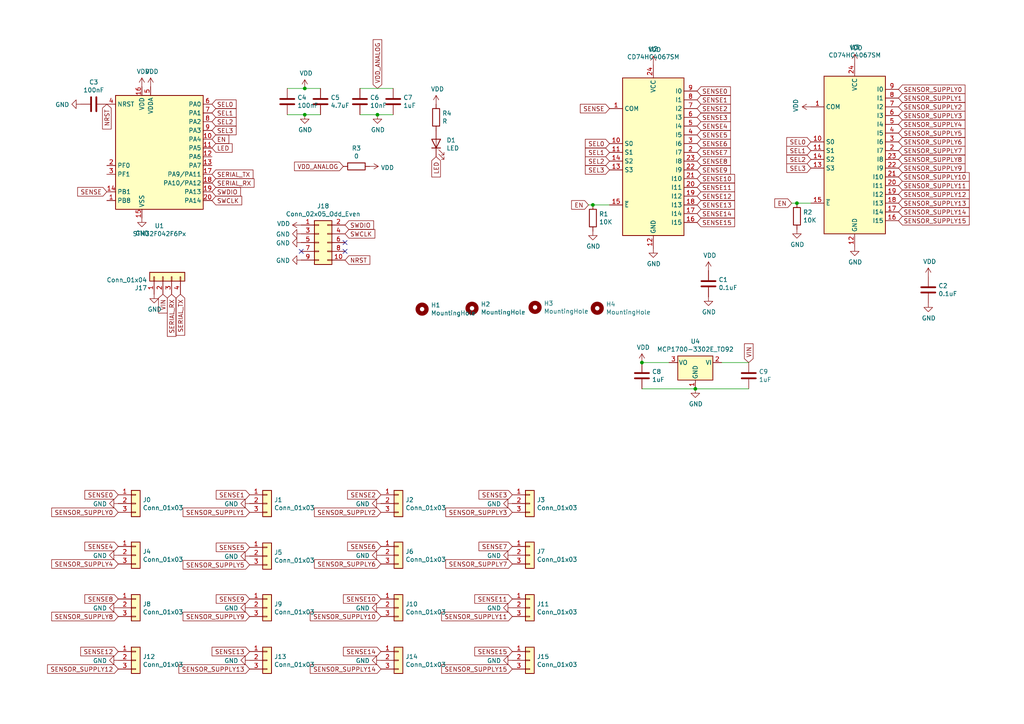
<source format=kicad_sch>
(kicad_sch (version 20230121) (generator eeschema)
  (paper "A4")
  (lib_symbols
    (symbol "74xx:CD74HC4067SM"
      (property "Reference" "U" (at -8.89 22.86 0))
      (property "Value" "CD74HC4067SM" (at 1.27 22.86 0))
      (symbol "CD74HC4067SM_0_1"
        (rectangle (start -8.89 21.59) (end 8.89 -24.13) (stroke (width 0.254)) (fill (type background)))
      )
      (symbol "CD74HC4067SM_1_1"
        (pin passive line (at -12.7 12.7 0) (length 3.81) (name "COM") (number "1"))
        (pin input line (at -12.7 2.54 0) (length 3.81) (name "S0") (number "10"))
        (pin input line (at -12.7 0 0) (length 3.81) (name "S1") (number "11"))
        (pin power_in line (at 0 -27.94 90) (length 3.81) (name "GND") (number "12"))
        (pin input line (at -12.7 -5.08 0) (length 3.81) (name "S3") (number "13"))
        (pin input line (at -12.7 -2.54 0) (length 3.81) (name "S2") (number "14"))
        (pin input line (at -12.7 -15.24 0) (length 3.81) (name "~{E}") (number "15"))
        (pin passive line (at 12.7 -20.32 180) (length 3.81) (name "I15") (number "16"))
        (pin passive line (at 12.7 -17.78 180) (length 3.81) (name "I14") (number "17"))
        (pin passive line (at 12.7 -15.24 180) (length 3.81) (name "I13") (number "18"))
        (pin passive line (at 12.7 -12.7 180) (length 3.81) (name "I12") (number "19"))
        (pin passive line (at 12.7 0 180) (length 3.81) (name "I7") (number "2"))
        (pin passive line (at 12.7 -10.16 180) (length 3.81) (name "I11") (number "20"))
        (pin passive line (at 12.7 -7.62 180) (length 3.81) (name "I10") (number "21"))
        (pin passive line (at 12.7 -5.08 180) (length 3.81) (name "I9") (number "22"))
        (pin passive line (at 12.7 -2.54 180) (length 3.81) (name "I8") (number "23"))
        (pin power_in line (at 0 25.4 270) (length 3.81) (name "VCC") (number "24"))
        (pin passive line (at 12.7 2.54 180) (length 3.81) (name "I6") (number "3"))
        (pin passive line (at 12.7 5.08 180) (length 3.81) (name "I5") (number "4"))
        (pin passive line (at 12.7 7.62 180) (length 3.81) (name "I4") (number "5"))
        (pin passive line (at 12.7 10.16 180) (length 3.81) (name "I3") (number "6"))
        (pin passive line (at 12.7 12.7 180) (length 3.81) (name "I2") (number "7"))
        (pin passive line (at 12.7 15.24 180) (length 3.81) (name "I1") (number "8"))
        (pin passive line (at 12.7 17.78 180) (length 3.81) (name "I0") (number "9"))
      )
    )
    (symbol "Connector_Generic:Conn_01x03" (pin_names (offset 1.016) hide)
      (property "Reference" "J" (at 0 5.08 0))
      (property "Value" "Conn_01x03" (at 0 -5.08 0))
      (symbol "Conn_01x03_1_1"
        (rectangle (start -1.27 -2.413) (end 0 -2.667) (stroke (width 0.1524)))
        (rectangle (start -1.27 0.127) (end 0 -0.127) (stroke (width 0.1524)))
        (rectangle (start -1.27 2.667) (end 0 2.413) (stroke (width 0.1524)))
        (rectangle (start -1.27 3.81) (end 1.27 -3.81) (stroke (width 0.254)) (fill (type background)))
        (pin passive line (at -5.08 2.54 0) (length 3.81) (name "Pin_1") (number "1"))
        (pin passive line (at -5.08 0 0) (length 3.81) (name "Pin_2") (number "2"))
        (pin passive line (at -5.08 -2.54 0) (length 3.81) (name "Pin_3") (number "3"))
      )
    )
    (symbol "Connector_Generic:Conn_01x04" (pin_names (offset 1.016) hide)
      (property "Reference" "J" (at 0 5.08 0))
      (property "Value" "Conn_01x04" (at 0 -7.62 0))
      (symbol "Conn_01x04_1_1"
        (rectangle (start -1.27 -4.953) (end 0 -5.207) (stroke (width 0.1524)))
        (rectangle (start -1.27 -2.413) (end 0 -2.667) (stroke (width 0.1524)))
        (rectangle (start -1.27 0.127) (end 0 -0.127) (stroke (width 0.1524)))
        (rectangle (start -1.27 2.667) (end 0 2.413) (stroke (width 0.1524)))
        (rectangle (start -1.27 3.81) (end 1.27 -6.35) (stroke (width 0.254)) (fill (type background)))
        (pin passive line (at -5.08 2.54 0) (length 3.81) (name "Pin_1") (number "1"))
        (pin passive line (at -5.08 0 0) (length 3.81) (name "Pin_2") (number "2"))
        (pin passive line (at -5.08 -2.54 0) (length 3.81) (name "Pin_3") (number "3"))
        (pin passive line (at -5.08 -5.08 0) (length 3.81) (name "Pin_4") (number "4"))
      )
    )
    (symbol "Connector_Generic:Conn_02x05_Odd_Even" (pin_names (offset 1.016) hide)
      (property "Reference" "J" (at 1.27 7.62 0))
      (property "Value" "Conn_02x05_Odd_Even" (at 1.27 -7.62 0))
      (symbol "Conn_02x05_Odd_Even_1_1"
        (rectangle (start -1.27 -4.953) (end 0 -5.207) (stroke (width 0.1524)))
        (rectangle (start -1.27 -2.413) (end 0 -2.667) (stroke (width 0.1524)))
        (rectangle (start -1.27 0.127) (end 0 -0.127) (stroke (width 0.1524)))
        (rectangle (start -1.27 2.667) (end 0 2.413) (stroke (width 0.1524)))
        (rectangle (start -1.27 5.207) (end 0 4.953) (stroke (width 0.1524)))
        (rectangle (start -1.27 6.35) (end 3.81 -6.35) (stroke (width 0.254)) (fill (type background)))
        (rectangle (start 3.81 -4.953) (end 2.54 -5.207) (stroke (width 0.1524)))
        (rectangle (start 3.81 -2.413) (end 2.54 -2.667) (stroke (width 0.1524)))
        (rectangle (start 3.81 0.127) (end 2.54 -0.127) (stroke (width 0.1524)))
        (rectangle (start 3.81 2.667) (end 2.54 2.413) (stroke (width 0.1524)))
        (rectangle (start 3.81 5.207) (end 2.54 4.953) (stroke (width 0.1524)))
        (pin passive line (at -5.08 5.08 0) (length 3.81) (name "Pin_1") (number "1"))
        (pin passive line (at 7.62 -5.08 180) (length 3.81) (name "Pin_10") (number "10"))
        (pin passive line (at 7.62 5.08 180) (length 3.81) (name "Pin_2") (number "2"))
        (pin passive line (at -5.08 2.54 0) (length 3.81) (name "Pin_3") (number "3"))
        (pin passive line (at 7.62 2.54 180) (length 3.81) (name "Pin_4") (number "4"))
        (pin passive line (at -5.08 0 0) (length 3.81) (name "Pin_5") (number "5"))
        (pin passive line (at 7.62 0 180) (length 3.81) (name "Pin_6") (number "6"))
        (pin passive line (at -5.08 -2.54 0) (length 3.81) (name "Pin_7") (number "7"))
        (pin passive line (at 7.62 -2.54 180) (length 3.81) (name "Pin_8") (number "8"))
        (pin passive line (at -5.08 -5.08 0) (length 3.81) (name "Pin_9") (number "9"))
      )
    )
    (symbol "Device:C" (pin_numbers hide) (pin_names (offset 0.254))
      (property "Reference" "C" (at 0.635 2.54 0))
      (property "Value" "C" (at 0.635 -2.54 0))
      (symbol "C_0_1"
        (polyline (pts (xy -2.032 -0.762) (xy 2.032 -0.762)) (stroke (width 0.508)))
        (polyline (pts (xy -2.032 0.762) (xy 2.032 0.762)) (stroke (width 0.508)))
      )
      (symbol "C_1_1"
        (pin passive line (at 0 3.81 270) (length 2.794) (name "~") (number "1"))
        (pin passive line (at 0 -3.81 90) (length 2.794) (name "~") (number "2"))
      )
    )
    (symbol "Device:LED" (pin_numbers hide) (pin_names (offset 1.016) hide)
      (property "Reference" "D" (at 0 2.54 0))
      (property "Value" "LED" (at 0 -2.54 0))
      (symbol "LED_0_1"
        (polyline (pts (xy -1.27 -1.27) (xy -1.27 1.27)) (stroke (width 0.254)))
        (polyline (pts (xy -1.27 0) (xy 1.27 0)))
        (polyline (pts (xy 1.27 -1.27) (xy 1.27 1.27) (xy -1.27 0) (xy 1.27 -1.27)) (stroke (width 0.254)))
        (polyline (pts (xy -3.048 -0.762) (xy -4.572 -2.286) (xy -3.81 -2.286) (xy -4.572 -2.286) (xy -4.572 -1.524)))
        (polyline (pts (xy -1.778 -0.762) (xy -3.302 -2.286) (xy -2.54 -2.286) (xy -3.302 -2.286) (xy -3.302 -1.524)))
      )
      (symbol "LED_1_1"
        (pin passive line (at -3.81 0 0) (length 2.54) (name "K") (number "1"))
        (pin passive line (at 3.81 0 180) (length 2.54) (name "A") (number "2"))
      )
    )
    (symbol "Device:R" (pin_numbers hide) (pin_names (offset 0))
      (property "Reference" "R" (at 2.032 0 90))
      (property "Value" "R" (at 0 0 90))
      (symbol "R_0_1"
        (rectangle (start -1.016 -2.54) (end 1.016 2.54) (stroke (width 0.254)))
      )
      (symbol "R_1_1"
        (pin passive line (at 0 3.81 270) (length 1.27) (name "~") (number "1"))
        (pin passive line (at 0 -3.81 90) (length 1.27) (name "~") (number "2"))
      )
    )
    (symbol "Mechanical:MountingHole" (pin_names (offset 1.016))
      (property "Reference" "H" (at 0 5.08 0))
      (property "Value" "MountingHole" (at 0 3.175 0))
      (symbol "MountingHole_0_1"
        (circle (center 0 0) (radius 1.27) (stroke (width 1.27)))
      )
    )
    (symbol "f042-touchless-angle-sensor-pcb-rescue:MCP1700-3302E_TO92-Regulator_Linear" (pin_names (offset 0.254))
      (property "Reference" "U" (at -3.81 -3.175 0))
      (property "Value" "Regulator_Linear_MCP1700-3302E_TO92" (at 0 -3.175 0))
      (symbol "MCP1700-3302E_TO92-Regulator_Linear_0_1"
        (rectangle (start -5.08 5.08) (end 5.08 -1.905) (stroke (width 0.254)) (fill (type background)))
      )
      (symbol "MCP1700-3302E_TO92-Regulator_Linear_1_1"
        (pin power_in line (at 0 7.62 270) (length 2.54) (name "GND") (number "1"))
        (pin power_in line (at -7.62 0 0) (length 2.54) (name "VI") (number "2"))
        (pin power_out line (at 7.62 0 180) (length 2.54) (name "VO") (number "3"))
      )
    )
    (symbol "f042-touchless-angle-sensor-pcb-rescue:STM32F042F6Px-MCU_ST_STM32F0"
      (property "Reference" "U" (at -12.7 16.51 0))
      (property "Value" "MCU_ST_STM32F0_STM32F042F6Px" (at 0 16.51 0))
      (symbol "STM32F042F6Px-MCU_ST_STM32F0_0_1"
        (rectangle (start -12.7 -17.78) (end 12.7 15.24) (stroke (width 0.254)) (fill (type background)))
      )
      (symbol "STM32F042F6Px-MCU_ST_STM32F0_1_1"
        (pin bidirectional line (at -15.24 -15.24 0) (length 2.54) (name "PB8") (number "1"))
        (pin bidirectional line (at 15.24 2.54 180) (length 2.54) (name "PA4") (number "10"))
        (pin bidirectional line (at 15.24 0 180) (length 2.54) (name "PA5") (number "11"))
        (pin bidirectional line (at 15.24 -2.54 180) (length 2.54) (name "PA6") (number "12"))
        (pin bidirectional line (at 15.24 -5.08 180) (length 2.54) (name "PA7") (number "13"))
        (pin bidirectional line (at -15.24 -12.7 0) (length 2.54) (name "PB1") (number "14"))
        (pin power_in line (at -5.08 -20.32 90) (length 2.54) (name "VSS") (number "15"))
        (pin power_in line (at -5.08 17.78 270) (length 2.54) (name "VDD") (number "16"))
        (pin bidirectional line (at 15.24 -7.62 180) (length 2.54) (name "PA9/PA11") (number "17"))
        (pin bidirectional line (at 15.24 -10.16 180) (length 2.54) (name "PA10/PA12") (number "18"))
        (pin bidirectional line (at 15.24 -12.7 180) (length 2.54) (name "PA13") (number "19"))
        (pin input line (at -15.24 -5.08 0) (length 2.54) (name "PF0") (number "2"))
        (pin bidirectional line (at 15.24 -15.24 180) (length 2.54) (name "PA14") (number "20"))
        (pin input line (at -15.24 -7.62 0) (length 2.54) (name "PF1") (number "3"))
        (pin input line (at -15.24 12.7 0) (length 2.54) (name "NRST") (number "4"))
        (pin power_in line (at -2.54 17.78 270) (length 2.54) (name "VDDA") (number "5"))
        (pin bidirectional line (at 15.24 12.7 180) (length 2.54) (name "PA0") (number "6"))
        (pin bidirectional line (at 15.24 10.16 180) (length 2.54) (name "PA1") (number "7"))
        (pin bidirectional line (at 15.24 7.62 180) (length 2.54) (name "PA2") (number "8"))
        (pin bidirectional line (at 15.24 5.08 180) (length 2.54) (name "PA3") (number "9"))
      )
    )
    (symbol "power:GND" (power) (pin_names (offset 0))
      (property "Value" "GND" (at 0 -3.81 0))
      (symbol "GND_0_1"
        (polyline (pts (xy 0 0) (xy 0 -1.27) (xy 1.27 -1.27) (xy 0 -2.54) (xy -1.27 -1.27) (xy 0 -1.27)))
      )
      (symbol "GND_1_1"
        (pin power_in line (at 0 0 270) (length 0) hide (name "GND") (number "1"))
      )
    )
    (symbol "power:VDD" (power) (pin_names (offset 0))
      (property "Value" "VDD" (at 0 3.81 0))
      (symbol "VDD_0_1"
        (polyline (pts (xy -0.762 1.27) (xy 0 2.54)))
        (polyline (pts (xy 0 0) (xy 0 2.54)))
        (polyline (pts (xy 0 2.54) (xy 0.762 1.27)))
      )
      (symbol "VDD_1_1"
        (pin power_in line (at 0 0 90) (length 0) hide (name "VDD") (number "1"))
      )
    )
  )
  (junction (at 231.14 58.928))
  (junction (at 88.392 25.654))
  (junction (at 186.182 105.156))
  (junction (at 88.392 33.274))
  (junction (at 201.676 112.776))
  (junction (at 171.958 59.436))
  (junction (at 109.474 33.274))
  (no_connect (at 100.076 70.358))
  (no_connect (at 87.376 72.898))
  (no_connect (at 100.076 72.898))
  (wire (pts (xy 186.182 112.776) (xy 201.676 112.776)))
  (wire (pts (xy 114.046 33.274) (xy 109.474 33.274)))
  (wire (pts (xy 194.056 105.156) (xy 186.182 105.156)))
  (wire (pts (xy 176.784 59.436) (xy 171.958 59.436)))
  (wire (pts (xy 109.474 33.274) (xy 104.394 33.274)))
  (wire (pts (xy 235.204 58.928) (xy 231.14 58.928)))
  (wire (pts (xy 92.964 33.274) (xy 88.392 33.274)))
  (wire (pts (xy 88.392 33.274) (xy 83.312 33.274)))
  (wire (pts (xy 217.17 105.156) (xy 209.296 105.156)))
  (wire (pts (xy 104.394 25.654) (xy 114.046 25.654)))
  (wire (pts (xy 171.958 59.436) (xy 170.688 59.436)))
  (wire (pts (xy 231.14 58.928) (xy 229.616 58.928)))
  (wire (pts (xy 83.312 25.654) (xy 88.392 25.654)))
  (wire (pts (xy 88.392 25.654) (xy 92.964 25.654)))
  (wire (pts (xy 201.676 112.776) (xy 217.17 112.776)))
  (global_label "SENSE7" (shape input) (at 148.59 158.496 180) (property "Intersheetrefs" "${INTERSHEET_REFS}" (effects hide)))
  (global_label "SENSOR_SUPPLY6" (shape input) (at 260.604 41.148 0) (property "Intersheetrefs" "${INTERSHEET_REFS}" (effects hide)))
  (global_label "NRST" (shape input) (at 100.076 75.438 0) (property "Intersheetrefs" "${INTERSHEET_REFS}" (effects hide)))
  (global_label "SENSE11" (shape input) (at 148.59 173.736 180) (property "Intersheetrefs" "${INTERSHEET_REFS}" (effects hide)))
  (global_label "SENSE" (shape input) (at 30.988 55.626 180) (property "Intersheetrefs" "${INTERSHEET_REFS}" (effects hide)))
  (global_label "SENSE2" (shape input) (at 202.184 31.496 0) (property "Intersheetrefs" "${INTERSHEET_REFS}" (effects hide)))
  (global_label "SENSOR_SUPPLY15" (shape input) (at 260.604 64.008 0) (property "Intersheetrefs" "${INTERSHEET_REFS}" (effects hide)))
  (global_label "SENSE2" (shape input) (at 110.49 143.51 180) (property "Intersheetrefs" "${INTERSHEET_REFS}" (effects hide)))
  (global_label "SENSOR_SUPPLY8" (shape input) (at 34.29 178.816 180) (property "Intersheetrefs" "${INTERSHEET_REFS}" (effects hide)))
  (global_label "SEL3" (shape input) (at 235.204 48.768 180) (property "Intersheetrefs" "${INTERSHEET_REFS}" (effects hide)))
  (global_label "SENSOR_SUPPLY14" (shape input) (at 110.49 194.056 180) (property "Intersheetrefs" "${INTERSHEET_REFS}" (effects hide)))
  (global_label "SWCLK" (shape input) (at 100.076 67.818 0) (property "Intersheetrefs" "${INTERSHEET_REFS}" (effects hide)))
  (global_label "SENSE11" (shape input) (at 202.184 54.356 0) (property "Intersheetrefs" "${INTERSHEET_REFS}" (effects hide)))
  (global_label "SENSE3" (shape input) (at 202.184 34.036 0) (property "Intersheetrefs" "${INTERSHEET_REFS}" (effects hide)))
  (global_label "SENSOR_SUPPLY2" (shape input) (at 110.49 148.59 180) (property "Intersheetrefs" "${INTERSHEET_REFS}" (effects hide)))
  (global_label "SENSE9" (shape input) (at 72.39 173.736 180) (property "Intersheetrefs" "${INTERSHEET_REFS}" (effects hide)))
  (global_label "SENSOR_SUPPLY10" (shape input) (at 260.604 51.308 0) (property "Intersheetrefs" "${INTERSHEET_REFS}" (effects hide)))
  (global_label "SEL2" (shape input) (at 61.468 35.306 0) (property "Intersheetrefs" "${INTERSHEET_REFS}" (effects hide)))
  (global_label "SENSOR_SUPPLY10" (shape input) (at 110.49 178.816 180) (property "Intersheetrefs" "${INTERSHEET_REFS}" (effects hide)))
  (global_label "SENSE10" (shape input) (at 202.184 51.816 0) (property "Intersheetrefs" "${INTERSHEET_REFS}" (effects hide)))
  (global_label "SERIAL_TX" (shape input) (at 52.324 85.344 270) (property "Intersheetrefs" "${INTERSHEET_REFS}" (effects hide)))
  (global_label "SENSOR_SUPPLY0" (shape input) (at 34.29 148.59 180) (property "Intersheetrefs" "${INTERSHEET_REFS}" (effects hide)))
  (global_label "SENSOR_SUPPLY8" (shape input) (at 260.604 46.228 0) (property "Intersheetrefs" "${INTERSHEET_REFS}" (effects hide)))
  (global_label "SENSOR_SUPPLY1" (shape input) (at 260.604 28.448 0) (property "Intersheetrefs" "${INTERSHEET_REFS}" (effects hide)))
  (global_label "SENSOR_SUPPLY7" (shape input) (at 260.604 43.688 0) (property "Intersheetrefs" "${INTERSHEET_REFS}" (effects hide)))
  (global_label "SENSE1" (shape input) (at 72.39 143.51 180) (property "Intersheetrefs" "${INTERSHEET_REFS}" (effects hide)))
  (global_label "SENSE14" (shape input) (at 110.49 188.976 180) (property "Intersheetrefs" "${INTERSHEET_REFS}" (effects hide)))
  (global_label "SENSOR_SUPPLY2" (shape input) (at 260.604 30.988 0) (property "Intersheetrefs" "${INTERSHEET_REFS}" (effects hide)))
  (global_label "EN" (shape input) (at 170.688 59.436 180) (property "Intersheetrefs" "${INTERSHEET_REFS}" (effects hide)))
  (global_label "SEL1" (shape input) (at 61.468 32.766 0) (property "Intersheetrefs" "${INTERSHEET_REFS}" (effects hide)))
  (global_label "SERIAL_RX" (shape input) (at 61.468 53.086 0) (property "Intersheetrefs" "${INTERSHEET_REFS}" (effects hide)))
  (global_label "SENSOR_SUPPLY9" (shape input) (at 72.39 178.816 180) (property "Intersheetrefs" "${INTERSHEET_REFS}" (effects hide)))
  (global_label "LED" (shape input) (at 126.492 45.466 270) (property "Intersheetrefs" "${INTERSHEET_REFS}" (effects hide)))
  (global_label "SENSOR_SUPPLY12" (shape input) (at 34.29 194.056 180) (property "Intersheetrefs" "${INTERSHEET_REFS}" (effects hide)))
  (global_label "SENSOR_SUPPLY11" (shape input) (at 260.604 53.848 0) (property "Intersheetrefs" "${INTERSHEET_REFS}" (effects hide)))
  (global_label "SENSE8" (shape input) (at 34.29 173.736 180) (property "Intersheetrefs" "${INTERSHEET_REFS}" (effects hide)))
  (global_label "SERIAL_RX" (shape input) (at 49.784 85.344 270) (property "Intersheetrefs" "${INTERSHEET_REFS}" (effects hide)))
  (global_label "SEL0" (shape input) (at 235.204 41.148 180) (property "Intersheetrefs" "${INTERSHEET_REFS}" (effects hide)))
  (global_label "SENSOR_SUPPLY3" (shape input) (at 148.59 148.59 180) (property "Intersheetrefs" "${INTERSHEET_REFS}" (effects hide)))
  (global_label "SENSE12" (shape input) (at 202.184 56.896 0) (property "Intersheetrefs" "${INTERSHEET_REFS}" (effects hide)))
  (global_label "SENSOR_SUPPLY12" (shape input) (at 260.604 56.388 0) (property "Intersheetrefs" "${INTERSHEET_REFS}" (effects hide)))
  (global_label "SEL2" (shape input) (at 235.204 46.228 180) (property "Intersheetrefs" "${INTERSHEET_REFS}" (effects hide)))
  (global_label "SEL3" (shape input) (at 176.784 49.276 180) (property "Intersheetrefs" "${INTERSHEET_REFS}" (effects hide)))
  (global_label "SENSOR_SUPPLY5" (shape input) (at 260.604 38.608 0) (property "Intersheetrefs" "${INTERSHEET_REFS}" (effects hide)))
  (global_label "SEL3" (shape input) (at 61.468 37.846 0) (property "Intersheetrefs" "${INTERSHEET_REFS}" (effects hide)))
  (global_label "SENSE0" (shape input) (at 202.184 26.416 0) (property "Intersheetrefs" "${INTERSHEET_REFS}" (effects hide)))
  (global_label "EN" (shape input) (at 61.468 40.386 0) (property "Intersheetrefs" "${INTERSHEET_REFS}" (effects hide)))
  (global_label "SWCLK" (shape input) (at 61.468 58.166 0) (property "Intersheetrefs" "${INTERSHEET_REFS}" (effects hide)))
  (global_label "SERIAL_TX" (shape input) (at 61.468 50.546 0) (property "Intersheetrefs" "${INTERSHEET_REFS}" (effects hide)))
  (global_label "SENSE4" (shape input) (at 34.29 158.496 180) (property "Intersheetrefs" "${INTERSHEET_REFS}" (effects hide)))
  (global_label "SENSOR_SUPPLY13" (shape input) (at 72.39 194.056 180) (property "Intersheetrefs" "${INTERSHEET_REFS}" (effects hide)))
  (global_label "SENSOR_SUPPLY1" (shape input) (at 72.39 148.59 180) (property "Intersheetrefs" "${INTERSHEET_REFS}" (effects hide)))
  (global_label "SENSE10" (shape input) (at 110.49 173.736 180) (property "Intersheetrefs" "${INTERSHEET_REFS}" (effects hide)))
  (global_label "SENSOR_SUPPLY11" (shape input) (at 148.59 178.816 180) (property "Intersheetrefs" "${INTERSHEET_REFS}" (effects hide)))
  (global_label "SENSE15" (shape input) (at 148.59 188.976 180) (property "Intersheetrefs" "${INTERSHEET_REFS}" (effects hide)))
  (global_label "NRST" (shape input) (at 30.988 30.226 270) (property "Intersheetrefs" "${INTERSHEET_REFS}" (effects hide)))
  (global_label "SENSE5" (shape input) (at 202.184 39.116 0) (property "Intersheetrefs" "${INTERSHEET_REFS}" (effects hide)))
  (global_label "SENSOR_SUPPLY9" (shape input) (at 260.604 48.768 0) (property "Intersheetrefs" "${INTERSHEET_REFS}" (effects hide)))
  (global_label "SENSE0" (shape input) (at 34.29 143.51 180) (property "Intersheetrefs" "${INTERSHEET_REFS}" (effects hide)))
  (global_label "SENSOR_SUPPLY0" (shape input) (at 260.604 25.908 0) (property "Intersheetrefs" "${INTERSHEET_REFS}" (effects hide)))
  (global_label "SENSOR_SUPPLY3" (shape input) (at 260.604 33.528 0) (property "Intersheetrefs" "${INTERSHEET_REFS}" (effects hide)))
  (global_label "SEL1" (shape input) (at 235.204 43.688 180) (property "Intersheetrefs" "${INTERSHEET_REFS}" (effects hide)))
  (global_label "SWDIO" (shape input) (at 100.076 65.278 0) (property "Intersheetrefs" "${INTERSHEET_REFS}" (effects hide)))
  (global_label "LED" (shape input) (at 61.468 42.926 0) (property "Intersheetrefs" "${INTERSHEET_REFS}" (effects hide)))
  (global_label "SENSE3" (shape input) (at 148.59 143.51 180) (property "Intersheetrefs" "${INTERSHEET_REFS}" (effects hide)))
  (global_label "SENSOR_SUPPLY7" (shape input) (at 148.59 163.576 180) (property "Intersheetrefs" "${INTERSHEET_REFS}" (effects hide)))
  (global_label "SENSOR_SUPPLY4" (shape input) (at 34.29 163.576 180) (property "Intersheetrefs" "${INTERSHEET_REFS}" (effects hide)))
  (global_label "SENSE9" (shape input) (at 202.184 49.276 0) (property "Intersheetrefs" "${INTERSHEET_REFS}" (effects hide)))
  (global_label "SENSE8" (shape input) (at 202.184 46.736 0) (property "Intersheetrefs" "${INTERSHEET_REFS}" (effects hide)))
  (global_label "VDD_ANALOG" (shape input) (at 109.474 25.654 90) (property "Intersheetrefs" "${INTERSHEET_REFS}" (effects hide)))
  (global_label "EN" (shape input) (at 229.616 58.928 180) (property "Intersheetrefs" "${INTERSHEET_REFS}" (effects hide)))
  (global_label "SEL0" (shape input) (at 61.468 30.226 0) (property "Intersheetrefs" "${INTERSHEET_REFS}" (effects hide)))
  (global_label "SEL0" (shape input) (at 176.784 41.656 180) (property "Intersheetrefs" "${INTERSHEET_REFS}" (effects hide)))
  (global_label "VIN" (shape input) (at 47.244 85.344 270) (property "Intersheetrefs" "${INTERSHEET_REFS}" (effects hide)))
  (global_label "SENSOR_SUPPLY15" (shape input) (at 148.59 194.056 180) (property "Intersheetrefs" "${INTERSHEET_REFS}" (effects hide)))
  (global_label "SENSE4" (shape input) (at 202.184 36.576 0) (property "Intersheetrefs" "${INTERSHEET_REFS}" (effects hide)))
  (global_label "SEL1" (shape input) (at 176.784 44.196 180) (property "Intersheetrefs" "${INTERSHEET_REFS}" (effects hide)))
  (global_label "SENSE6" (shape input) (at 110.49 158.496 180) (property "Intersheetrefs" "${INTERSHEET_REFS}" (effects hide)))
  (global_label "SENSOR_SUPPLY6" (shape input) (at 110.49 163.576 180) (property "Intersheetrefs" "${INTERSHEET_REFS}" (effects hide)))
  (global_label "SENSOR_SUPPLY4" (shape input) (at 260.604 36.068 0) (property "Intersheetrefs" "${INTERSHEET_REFS}" (effects hide)))
  (global_label "SENSE" (shape input) (at 176.784 31.496 180) (property "Intersheetrefs" "${INTERSHEET_REFS}" (effects hide)))
  (global_label "SENSE14" (shape input) (at 202.184 61.976 0) (property "Intersheetrefs" "${INTERSHEET_REFS}" (effects hide)))
  (global_label "VIN" (shape input) (at 217.17 105.156 90) (property "Intersheetrefs" "${INTERSHEET_REFS}" (effects hide)))
  (global_label "VDD_ANALOG" (shape input) (at 99.568 48.26 180) (property "Intersheetrefs" "${INTERSHEET_REFS}" (effects hide)))
  (global_label "SENSOR_SUPPLY5" (shape input) (at 72.39 163.83 180) (property "Intersheetrefs" "${INTERSHEET_REFS}" (effects hide)))
  (global_label "SWDIO" (shape input) (at 61.468 55.626 0) (property "Intersheetrefs" "${INTERSHEET_REFS}" (effects hide)))
  (global_label "SENSE6" (shape input) (at 202.184 41.656 0) (property "Intersheetrefs" "${INTERSHEET_REFS}" (effects hide)))
  (global_label "SENSE13" (shape input) (at 72.39 188.976 180) (property "Intersheetrefs" "${INTERSHEET_REFS}" (effects hide)))
  (global_label "SENSE12" (shape input) (at 34.29 188.976 180) (property "Intersheetrefs" "${INTERSHEET_REFS}" (effects hide)))
  (global_label "SENSE13" (shape input) (at 202.184 59.436 0) (property "Intersheetrefs" "${INTERSHEET_REFS}" (effects hide)))
  (global_label "SENSE7" (shape input) (at 202.184 44.196 0) (property "Intersheetrefs" "${INTERSHEET_REFS}" (effects hide)))
  (global_label "SENSOR_SUPPLY13" (shape input) (at 260.604 58.928 0) (property "Intersheetrefs" "${INTERSHEET_REFS}" (effects hide)))
  (global_label "SENSE15" (shape input) (at 202.184 64.516 0) (property "Intersheetrefs" "${INTERSHEET_REFS}" (effects hide)))
  (global_label "SEL2" (shape input) (at 176.784 46.736 180) (property "Intersheetrefs" "${INTERSHEET_REFS}" (effects hide)))
  (global_label "SENSE1" (shape input) (at 202.184 28.956 0) (property "Intersheetrefs" "${INTERSHEET_REFS}" (effects hide)))
  (global_label "SENSE5" (shape input) (at 72.39 158.75 180) (property "Intersheetrefs" "${INTERSHEET_REFS}" (effects hide)))
  (global_label "SENSOR_SUPPLY14" (shape input) (at 260.604 61.468 0) (property "Intersheetrefs" "${INTERSHEET_REFS}" (effects hide)))
  (symbol (lib_id "f042-touchless-angle-sensor-pcb-rescue:STM32F042F6Px-MCU_ST_STM32F0") (at 46.228 42.926 0) (unit 1)
    (property "Reference" "U1" (at 46.228 65.5066 0))
    (property "Value" "STM32F042F6Px" (at 46.228 67.818 0))
    (property "Footprint" "Package_SO:TSSOP-20_4.4x6.5mm_P0.65mm" (effects hide))
    (property "Datasheet" "http://www.st.com/st-web-ui/static/active/en/resource/technical/document/datasheet/DM00105814.pdf" (effects hide))
  )
  (symbol (lib_id "74xx:CD74HC4067SM") (at 189.484 44.196 0) (unit 1)
    (property "Reference" "U2" (at 189.484 14.1986 0))
    (property "Value" "CD74HC4067SM" (at 189.484 16.51 0))
    (property "Footprint" "Package_SO:SSOP-24_5.3x8.2mm_P0.65mm" (effects hide))
    (property "Datasheet" "http://www.ti.com/lit/ds/symlink/cd74hc4067.pdf" (effects hide))
  )
  (symbol (lib_id "74xx:CD74HC4067SM") (at 247.904 43.688 0) (unit 1)
    (property "Reference" "U3" (at 247.904 13.6906 0))
    (property "Value" "CD74HC4067SM" (at 247.904 16.002 0))
    (property "Footprint" "Package_SO:SSOP-24_5.3x8.2mm_P0.65mm" (effects hide))
    (property "Datasheet" "http://www.ti.com/lit/ds/symlink/cd74hc4067.pdf" (effects hide))
  )
  (symbol (lib_id "Connector_Generic:Conn_01x03") (at 153.67 146.05 0) (unit 1)
    (property "Reference" "J3" (at 155.702 144.9832 0) (effects (justify left)))
    (property "Value" "Conn_01x03" (at 155.702 147.2946 0) (effects (justify left)))
    (property "Footprint" "Connector_PinHeader_1.27mm:PinHeader_1x03_P1.27mm_Vertical" (effects hide))
  )
  (symbol (lib_id "Connector_Generic:Conn_01x03") (at 39.37 191.516 0) (unit 1)
    (property "Reference" "J12" (at 41.402 190.4492 0) (effects (justify left)))
    (property "Value" "Conn_01x03" (at 41.402 192.7606 0) (effects (justify left)))
    (property "Footprint" "Connector_PinHeader_1.27mm:PinHeader_1x03_P1.27mm_Vertical" (effects hide))
  )
  (symbol (lib_id "Connector_Generic:Conn_01x03") (at 77.47 176.276 0) (unit 1)
    (property "Reference" "J9" (at 79.502 175.2092 0) (effects (justify left)))
    (property "Value" "Conn_01x03" (at 79.502 177.5206 0) (effects (justify left)))
    (property "Footprint" "Connector_PinHeader_1.27mm:PinHeader_1x03_P1.27mm_Vertical" (effects hide))
  )
  (symbol (lib_id "Connector_Generic:Conn_01x03") (at 153.67 191.516 0) (unit 1)
    (property "Reference" "J15" (at 155.702 190.4492 0) (effects (justify left)))
    (property "Value" "Conn_01x03" (at 155.702 192.7606 0) (effects (justify left)))
    (property "Footprint" "Connector_PinHeader_1.27mm:PinHeader_1x03_P1.27mm_Vertical" (effects hide))
  )
  (symbol (lib_id "Connector_Generic:Conn_01x03") (at 115.57 161.036 0) (unit 1)
    (property "Reference" "J6" (at 117.602 159.9692 0) (effects (justify left)))
    (property "Value" "Conn_01x03" (at 117.602 162.2806 0) (effects (justify left)))
    (property "Footprint" "Connector_PinHeader_1.27mm:PinHeader_1x03_P1.27mm_Vertical" (effects hide))
  )
  (symbol (lib_id "Connector_Generic:Conn_01x03") (at 153.67 161.036 0) (unit 1)
    (property "Reference" "J7" (at 155.702 159.9692 0) (effects (justify left)))
    (property "Value" "Conn_01x03" (at 155.702 162.2806 0) (effects (justify left)))
    (property "Footprint" "Connector_PinHeader_1.27mm:PinHeader_1x03_P1.27mm_Vertical" (effects hide))
  )
  (symbol (lib_id "Connector_Generic:Conn_01x03") (at 115.57 146.05 0) (unit 1)
    (property "Reference" "J2" (at 117.602 144.9832 0) (effects (justify left)))
    (property "Value" "Conn_01x03" (at 117.602 147.2946 0) (effects (justify left)))
    (property "Footprint" "Connector_PinHeader_1.27mm:PinHeader_1x03_P1.27mm_Vertical" (effects hide))
  )
  (symbol (lib_id "Connector_Generic:Conn_01x03") (at 115.57 176.276 0) (unit 1)
    (property "Reference" "J10" (at 117.602 175.2092 0) (effects (justify left)))
    (property "Value" "Conn_01x03" (at 117.602 177.5206 0) (effects (justify left)))
    (property "Footprint" "Connector_PinHeader_1.27mm:PinHeader_1x03_P1.27mm_Vertical" (effects hide))
  )
  (symbol (lib_id "Connector_Generic:Conn_01x03") (at 77.47 161.29 0) (unit 1)
    (property "Reference" "J5" (at 79.502 160.2232 0) (effects (justify left)))
    (property "Value" "Conn_01x03" (at 79.502 162.5346 0) (effects (justify left)))
    (property "Footprint" "Connector_PinHeader_1.27mm:PinHeader_1x03_P1.27mm_Vertical" (effects hide))
  )
  (symbol (lib_id "Connector_Generic:Conn_01x03") (at 39.37 161.036 0) (unit 1)
    (property "Reference" "J4" (at 41.402 159.9692 0) (effects (justify left)))
    (property "Value" "Conn_01x03" (at 41.402 162.2806 0) (effects (justify left)))
    (property "Footprint" "Connector_PinHeader_1.27mm:PinHeader_1x03_P1.27mm_Vertical" (effects hide))
  )
  (symbol (lib_id "Connector_Generic:Conn_01x03") (at 153.67 176.276 0) (unit 1)
    (property "Reference" "J11" (at 155.702 175.2092 0) (effects (justify left)))
    (property "Value" "Conn_01x03" (at 155.702 177.5206 0) (effects (justify left)))
    (property "Footprint" "Connector_PinHeader_1.27mm:PinHeader_1x03_P1.27mm_Vertical" (effects hide))
  )
  (symbol (lib_id "Connector_Generic:Conn_01x03") (at 115.57 191.516 0) (unit 1)
    (property "Reference" "J14" (at 117.602 190.4492 0) (effects (justify left)))
    (property "Value" "Conn_01x03" (at 117.602 192.7606 0) (effects (justify left)))
    (property "Footprint" "Connector_PinHeader_1.27mm:PinHeader_1x03_P1.27mm_Vertical" (effects hide))
  )
  (symbol (lib_id "Connector_Generic:Conn_01x03") (at 77.47 146.05 0) (unit 1)
    (property "Reference" "J1" (at 79.502 144.9832 0) (effects (justify left)))
    (property "Value" "Conn_01x03" (at 79.502 147.2946 0) (effects (justify left)))
    (property "Footprint" "Connector_PinHeader_1.27mm:PinHeader_1x03_P1.27mm_Vertical" (effects hide))
  )
  (symbol (lib_id "Connector_Generic:Conn_01x03") (at 39.37 146.05 0) (unit 1)
    (property "Reference" "J0" (at 41.402 144.9832 0) (effects (justify left)))
    (property "Value" "Conn_01x03" (at 41.402 147.2946 0) (effects (justify left)))
    (property "Footprint" "Connector_PinHeader_1.27mm:PinHeader_1x03_P1.27mm_Vertical" (effects hide))
  )
  (symbol (lib_id "Connector_Generic:Conn_01x03") (at 39.37 176.276 0) (unit 1)
    (property "Reference" "J8" (at 41.402 175.2092 0) (effects (justify left)))
    (property "Value" "Conn_01x03" (at 41.402 177.5206 0) (effects (justify left)))
    (property "Footprint" "Connector_PinHeader_1.27mm:PinHeader_1x03_P1.27mm_Vertical" (effects hide))
  )
  (symbol (lib_id "Connector_Generic:Conn_01x03") (at 77.47 191.516 0) (unit 1)
    (property "Reference" "J13" (at 79.502 190.4492 0) (effects (justify left)))
    (property "Value" "Conn_01x03" (at 79.502 192.7606 0) (effects (justify left)))
    (property "Footprint" "Connector_PinHeader_1.27mm:PinHeader_1x03_P1.27mm_Vertical" (effects hide))
  )
  (symbol (lib_id "power:GND") (at 189.484 72.136 0) (unit 1)
    (property "Reference" "#PWR0101" (effects hide))
    (property "Value" "GND" (at 189.611 76.5302 0))
  )
  (symbol (lib_id "power:GND") (at 247.904 71.628 0) (unit 1)
    (property "Reference" "#PWR0102" (effects hide))
    (property "Value" "GND" (at 248.031 76.0222 0))
  )
  (symbol (lib_id "power:GND") (at 41.148 63.246 0) (unit 1)
    (property "Reference" "#PWR0103" (effects hide))
    (property "Value" "GND" (at 41.275 67.6402 0))
  )
  (symbol (lib_id "power:GND") (at 148.59 146.05 270) (unit 1)
    (property "Reference" "#PWR0104" (effects hide))
    (property "Value" "GND" (at 145.3388 146.177 90) (effects (justify right)))
  )
  (symbol (lib_id "Device:C") (at 205.486 82.296 0) (unit 1)
    (property "Reference" "C1" (at 208.407 81.1276 0) (effects (justify left)))
    (property "Value" "0.1uF" (at 208.407 83.439 0) (effects (justify left)))
    (property "Footprint" "Capacitor_SMD:C_0603_1608Metric_Pad1.08x0.95mm_HandSolder" (effects hide))
  )
  (symbol (lib_id "Device:C") (at 269.24 84.074 0) (unit 1)
    (property "Reference" "C2" (at 272.161 82.9056 0) (effects (justify left)))
    (property "Value" "0.1uF" (at 272.161 85.217 0) (effects (justify left)))
    (property "Footprint" "Capacitor_SMD:C_0603_1608Metric_Pad1.08x0.95mm_HandSolder" (effects hide))
  )
  (symbol (lib_id "Device:R") (at 171.958 63.246 0) (unit 1)
    (property "Reference" "R1" (at 173.736 62.0776 0) (effects (justify left)))
    (property "Value" "10K" (at 173.736 64.389 0) (effects (justify left)))
    (property "Footprint" "Resistor_SMD:R_0805_2012Metric_Pad1.20x1.40mm_HandSolder" (effects hide))
  )
  (symbol (lib_id "power:GND") (at 171.958 67.056 0) (unit 1)
    (property "Reference" "#PWR0106" (effects hide))
    (property "Value" "GND" (at 172.085 71.4502 0))
  )
  (symbol (lib_id "Device:R") (at 231.14 62.738 0) (unit 1)
    (property "Reference" "R2" (at 232.918 61.5696 0) (effects (justify left)))
    (property "Value" "10K" (at 232.918 63.881 0) (effects (justify left)))
    (property "Footprint" "Resistor_SMD:R_0805_2012Metric_Pad1.20x1.40mm_HandSolder" (effects hide))
  )
  (symbol (lib_id "power:GND") (at 231.14 66.548 0) (unit 1)
    (property "Reference" "#PWR0107" (effects hide))
    (property "Value" "GND" (at 231.267 70.9422 0))
  )
  (symbol (lib_id "power:VDD") (at 247.904 18.288 0) (unit 1)
    (property "Reference" "#PWR0108" (effects hide))
    (property "Value" "VDD" (at 248.285 13.8938 0))
  )
  (symbol (lib_id "power:VDD") (at 189.484 18.796 0) (unit 1)
    (property "Reference" "#PWR0109" (effects hide))
    (property "Value" "VDD" (at 189.865 14.4018 0))
  )
  (symbol (lib_id "power:VDD") (at 205.486 78.486 0) (unit 1)
    (property "Reference" "#PWR0110" (effects hide))
    (property "Value" "VDD" (at 205.867 74.0918 0))
  )
  (symbol (lib_id "power:GND") (at 205.486 86.106 0) (unit 1)
    (property "Reference" "#PWR0111" (effects hide))
    (property "Value" "GND" (at 205.613 90.5002 0))
  )
  (symbol (lib_id "power:GND") (at 269.24 87.884 0) (unit 1)
    (property "Reference" "#PWR0112" (effects hide))
    (property "Value" "GND" (at 269.367 92.2782 0))
  )
  (symbol (lib_id "Mechanical:MountingHole") (at 122.428 89.662 0) (unit 1)
    (property "Reference" "H1" (at 124.968 88.4936 0) (effects (justify left)))
    (property "Value" "MountingHole" (at 124.968 90.805 0) (effects (justify left)))
    (property "Footprint" "MountingHole:MountingHole_2.1mm" (effects hide))
  )
  (symbol (lib_id "Mechanical:MountingHole") (at 136.906 89.408 0) (unit 1)
    (property "Reference" "H2" (at 139.446 88.2396 0) (effects (justify left)))
    (property "Value" "MountingHole" (at 139.446 90.551 0) (effects (justify left)))
    (property "Footprint" "MountingHole:MountingHole_2.1mm" (effects hide))
  )
  (symbol (lib_id "Mechanical:MountingHole") (at 155.194 89.154 0) (unit 1)
    (property "Reference" "H3" (at 157.734 87.9856 0) (effects (justify left)))
    (property "Value" "MountingHole" (at 157.734 90.297 0) (effects (justify left)))
    (property "Footprint" "MountingHole:MountingHole_2.1mm" (effects hide))
  )
  (symbol (lib_id "Mechanical:MountingHole") (at 173.228 89.408 0) (unit 1)
    (property "Reference" "H4" (at 175.768 88.2396 0) (effects (justify left)))
    (property "Value" "MountingHole" (at 175.768 90.551 0) (effects (justify left)))
    (property "Footprint" "MountingHole:MountingHole_2.1mm" (effects hide))
  )
  (symbol (lib_id "power:VDD") (at 43.688 25.146 0) (unit 1)
    (property "Reference" "#PWR?" (effects hide))
    (property "Value" "VDD" (at 44.069 20.7518 0))
  )
  (symbol (lib_id "f042-touchless-angle-sensor-pcb-rescue:MCP1700-3302E_TO92-Regulator_Linear") (at 201.676 105.156 180) (unit 1)
    (property "Reference" "U4" (at 201.676 99.0092 0))
    (property "Value" "MCP1700-3302E_TO92" (at 201.676 101.3206 0))
    (property "Footprint" "Package_TO_SOT_THT:TO-92_Inline" (effects hide))
    (property "Datasheet" "http://ww1.microchip.com/downloads/en/DeviceDoc/20001826D.pdf" (effects hide))
  )
  (symbol (lib_id "power:GND") (at 201.676 112.776 0) (unit 1)
    (property "Reference" "#PWR0113" (effects hide))
    (property "Value" "GND" (at 201.803 117.1702 0))
  )
  (symbol (lib_id "power:VDD") (at 186.182 105.156 0) (unit 1)
    (property "Reference" "#PWR0116" (effects hide))
    (property "Value" "VDD" (at 186.563 100.7618 0))
  )
  (symbol (lib_id "power:VDD") (at 41.148 25.146 0) (unit 1)
    (property "Reference" "#PWR0114" (effects hide))
    (property "Value" "VDD" (at 41.529 20.7518 0))
  )
  (symbol (lib_id "Device:C") (at 186.182 108.966 0) (unit 1)
    (property "Reference" "C8" (at 189.103 107.7976 0) (effects (justify left)))
    (property "Value" "1uF" (at 189.103 110.109 0) (effects (justify left)))
    (property "Footprint" "Capacitor_SMD:C_0603_1608Metric_Pad1.08x0.95mm_HandSolder" (effects hide))
  )
  (symbol (lib_id "Device:C") (at 217.17 108.966 0) (unit 1)
    (property "Reference" "C9" (at 220.091 107.7976 0) (effects (justify left)))
    (property "Value" "1uF" (at 220.091 110.109 0) (effects (justify left)))
    (property "Footprint" "Capacitor_SMD:C_0603_1608Metric_Pad1.08x0.95mm_HandSolder" (effects hide))
  )
  (symbol (lib_id "power:GND") (at 34.29 191.516 270) (unit 1)
    (property "Reference" "#PWR0115" (effects hide))
    (property "Value" "GND" (at 31.0388 191.643 90) (effects (justify right)))
  )
  (symbol (lib_id "power:GND") (at 72.39 176.276 270) (unit 1)
    (property "Reference" "#PWR0117" (effects hide))
    (property "Value" "GND" (at 69.1388 176.403 90) (effects (justify right)))
  )
  (symbol (lib_id "power:GND") (at 110.49 161.036 270) (unit 1)
    (property "Reference" "#PWR0119" (effects hide))
    (property "Value" "GND" (at 107.2388 161.163 90) (effects (justify right)))
  )
  (symbol (lib_id "power:GND") (at 72.39 161.29 270) (unit 1)
    (property "Reference" "#PWR0121" (effects hide))
    (property "Value" "GND" (at 69.1388 161.417 90) (effects (justify right)))
  )
  (symbol (lib_id "power:GND") (at 72.39 146.05 270) (unit 1)
    (property "Reference" "#PWR0123" (effects hide))
    (property "Value" "GND" (at 69.1388 146.177 90) (effects (justify right)))
  )
  (symbol (lib_id "power:GND") (at 148.59 161.036 270) (unit 1)
    (property "Reference" "#PWR0125" (effects hide))
    (property "Value" "GND" (at 145.3388 161.163 90) (effects (justify right)))
  )
  (symbol (lib_id "power:GND") (at 34.29 161.036 270) (unit 1)
    (property "Reference" "#PWR0127" (effects hide))
    (property "Value" "GND" (at 31.0388 161.163 90) (effects (justify right)))
  )
  (symbol (lib_id "power:GND") (at 34.29 146.05 270) (unit 1)
    (property "Reference" "#PWR0129" (effects hide))
    (property "Value" "GND" (at 31.0388 146.177 90) (effects (justify right)))
  )
  (symbol (lib_id "power:GND") (at 148.59 191.516 270) (unit 1)
    (property "Reference" "#PWR0131" (effects hide))
    (property "Value" "GND" (at 145.3388 191.643 90) (effects (justify right)))
  )
  (symbol (lib_id "power:GND") (at 110.49 176.276 270) (unit 1)
    (property "Reference" "#PWR0133" (effects hide))
    (property "Value" "GND" (at 107.2388 176.403 90) (effects (justify right)))
  )
  (symbol (lib_id "power:GND") (at 110.49 191.516 270) (unit 1)
    (property "Reference" "#PWR0135" (effects hide))
    (property "Value" "GND" (at 107.2388 191.643 90) (effects (justify right)))
  )
  (symbol (lib_id "power:GND") (at 72.39 191.516 270) (unit 1)
    (property "Reference" "#PWR0137" (effects hide))
    (property "Value" "GND" (at 69.1388 191.643 90) (effects (justify right)))
  )
  (symbol (lib_id "power:VDD") (at 235.204 30.988 90) (unit 1)
    (property "Reference" "#PWR0118" (effects hide))
    (property "Value" "VDD" (at 230.8098 30.607 0))
  )
  (symbol (lib_id "power:GND") (at 110.49 146.05 270) (unit 1)
    (property "Reference" "#PWR0139" (effects hide))
    (property "Value" "GND" (at 107.2388 146.177 90) (effects (justify right)))
  )
  (symbol (lib_id "power:GND") (at 148.59 176.276 270) (unit 1)
    (property "Reference" "#PWR0141" (effects hide))
    (property "Value" "GND" (at 145.3388 176.403 90) (effects (justify right)))
  )
  (symbol (lib_id "power:GND") (at 34.29 176.276 270) (unit 1)
    (property "Reference" "#PWR0143" (effects hide))
    (property "Value" "GND" (at 31.0388 176.403 90) (effects (justify right)))
  )
  (symbol (lib_id "power:VDD") (at 269.24 80.264 0) (unit 1)
    (property "Reference" "#PWR0105" (effects hide))
    (property "Value" "VDD" (at 269.621 75.8698 0))
  )
  (symbol (lib_id "Device:C") (at 27.178 30.226 270) (unit 1)
    (property "Reference" "C3" (at 27.178 23.8252 90))
    (property "Value" "100nF" (at 27.178 26.1366 90))
    (property "Footprint" "Capacitor_SMD:C_0603_1608Metric_Pad1.08x0.95mm_HandSolder" (effects hide))
  )
  (symbol (lib_id "power:GND") (at 23.368 30.226 270) (unit 1)
    (property "Reference" "#PWR01" (effects hide))
    (property "Value" "GND" (at 20.1168 30.353 90) (effects (justify right)))
  )
  (symbol (lib_id "Device:C") (at 83.312 29.464 0) (unit 1)
    (property "Reference" "C4" (at 86.233 28.2956 0) (effects (justify left)))
    (property "Value" "100nF" (at 86.233 30.607 0) (effects (justify left)))
    (property "Footprint" "Capacitor_SMD:C_0603_1608Metric_Pad1.08x0.95mm_HandSolder" (effects hide))
  )
  (symbol (lib_id "Device:C") (at 92.964 29.464 0) (unit 1)
    (property "Reference" "C5" (at 95.885 28.2956 0) (effects (justify left)))
    (property "Value" "4.7uF" (at 95.885 30.607 0) (effects (justify left)))
    (property "Footprint" "Capacitor_SMD:C_0603_1608Metric_Pad1.08x0.95mm_HandSolder" (effects hide))
  )
  (symbol (lib_id "power:GND") (at 88.392 33.274 0) (unit 1)
    (property "Reference" "#PWR08" (effects hide))
    (property "Value" "GND" (at 88.519 37.6682 0))
  )
  (symbol (lib_id "power:VDD") (at 88.392 25.654 0) (unit 1)
    (property "Reference" "#PWR07" (effects hide))
    (property "Value" "VDD" (at 88.773 21.2598 0))
  )
  (symbol (lib_id "Device:C") (at 104.394 29.464 0) (unit 1)
    (property "Reference" "C6" (at 107.315 28.2956 0) (effects (justify left)))
    (property "Value" "10nF" (at 107.315 30.607 0) (effects (justify left)))
    (property "Footprint" "Capacitor_SMD:C_0603_1608Metric_Pad1.08x0.95mm_HandSolder" (effects hide))
  )
  (symbol (lib_id "Device:C") (at 114.046 29.464 0) (unit 1)
    (property "Reference" "C7" (at 116.967 28.2956 0) (effects (justify left)))
    (property "Value" "1uF" (at 116.967 30.607 0) (effects (justify left)))
    (property "Footprint" "Capacitor_SMD:C_0603_1608Metric_Pad1.08x0.95mm_HandSolder" (effects hide))
  )
  (symbol (lib_id "power:GND") (at 109.474 33.274 0) (unit 1)
    (property "Reference" "#PWR010" (effects hide))
    (property "Value" "GND" (at 109.601 37.6682 0))
  )
  (symbol (lib_id "Device:R") (at 103.378 48.26 270) (unit 1)
    (property "Reference" "R3" (at 103.378 43.0022 90))
    (property "Value" "0" (at 103.378 45.3136 90))
    (property "Footprint" "Resistor_SMD:R_0805_2012Metric_Pad1.20x1.40mm_HandSolder" (effects hide))
  )
  (symbol (lib_id "power:VDD") (at 107.188 48.26 270) (unit 1)
    (property "Reference" "#PWR09" (effects hide))
    (property "Value" "VDD" (at 110.4392 48.641 90) (effects (justify left)))
  )
  (symbol (lib_id "Device:R") (at 126.492 34.036 0) (unit 1)
    (property "Reference" "R4" (at 128.27 32.8676 0) (effects (justify left)))
    (property "Value" "R" (at 128.27 35.179 0) (effects (justify left)))
    (property "Footprint" "Resistor_SMD:R_0805_2012Metric_Pad1.20x1.40mm_HandSolder" (effects hide))
  )
  (symbol (lib_id "power:VDD") (at 126.492 30.226 0) (unit 1)
    (property "Reference" "#PWR011" (effects hide))
    (property "Value" "VDD" (at 126.873 25.8318 0))
  )
  (symbol (lib_id "Device:LED") (at 126.492 41.656 90) (unit 1)
    (property "Reference" "D1" (at 129.4892 40.6654 90) (effects (justify right)))
    (property "Value" "LED" (at 129.4892 42.9768 90) (effects (justify right)))
    (property "Footprint" "LED_SMD:LED_0805_2012Metric" (effects hide))
  )
  (symbol (lib_id "Connector_Generic:Conn_02x05_Odd_Even") (at 92.456 70.358 0) (unit 1)
    (property "Reference" "J18" (at 93.726 59.7662 0))
    (property "Value" "Conn_02x05_Odd_Even" (at 93.726 62.0776 0))
    (property "Footprint" "Connector_PinHeader_1.27mm:PinHeader_2x05_P1.27mm_Vertical" (effects hide))
  )
  (symbol (lib_id "power:VDD") (at 87.376 65.278 90) (unit 1)
    (property "Reference" "#PWR03" (effects hide))
    (property "Value" "VDD" (at 84.1502 64.897 90) (effects (justify left)))
  )
  (symbol (lib_id "power:GND") (at 87.376 67.818 270) (unit 1)
    (property "Reference" "#PWR04" (effects hide))
    (property "Value" "GND" (at 84.1248 67.945 90) (effects (justify right)))
  )
  (symbol (lib_id "power:GND") (at 87.376 70.358 270) (unit 1)
    (property "Reference" "#PWR05" (effects hide))
    (property "Value" "GND" (at 84.1248 70.485 90) (effects (justify right)))
  )
  (symbol (lib_id "power:GND") (at 87.376 75.438 270) (unit 1)
    (property "Reference" "#PWR06" (effects hide))
    (property "Value" "GND" (at 84.1248 75.565 90) (effects (justify right)))
  )
  (symbol (lib_id "Connector_Generic:Conn_01x04") (at 47.244 80.264 90) (unit 1)
    (property "Reference" "J17" (at 42.672 83.5152 90) (effects (justify left)))
    (property "Value" "Conn_01x04" (at 42.672 81.2038 90) (effects (justify left)))
    (property "Footprint" "Connector_PinHeader_2.54mm:PinHeader_1x04_P2.54mm_Vertical" (effects hide))
  )
  (symbol (lib_id "power:GND") (at 44.704 85.344 0) (unit 1)
    (property "Reference" "#PWR02" (effects hide))
    (property "Value" "GND" (at 44.831 89.7382 0))
  )
)
</source>
